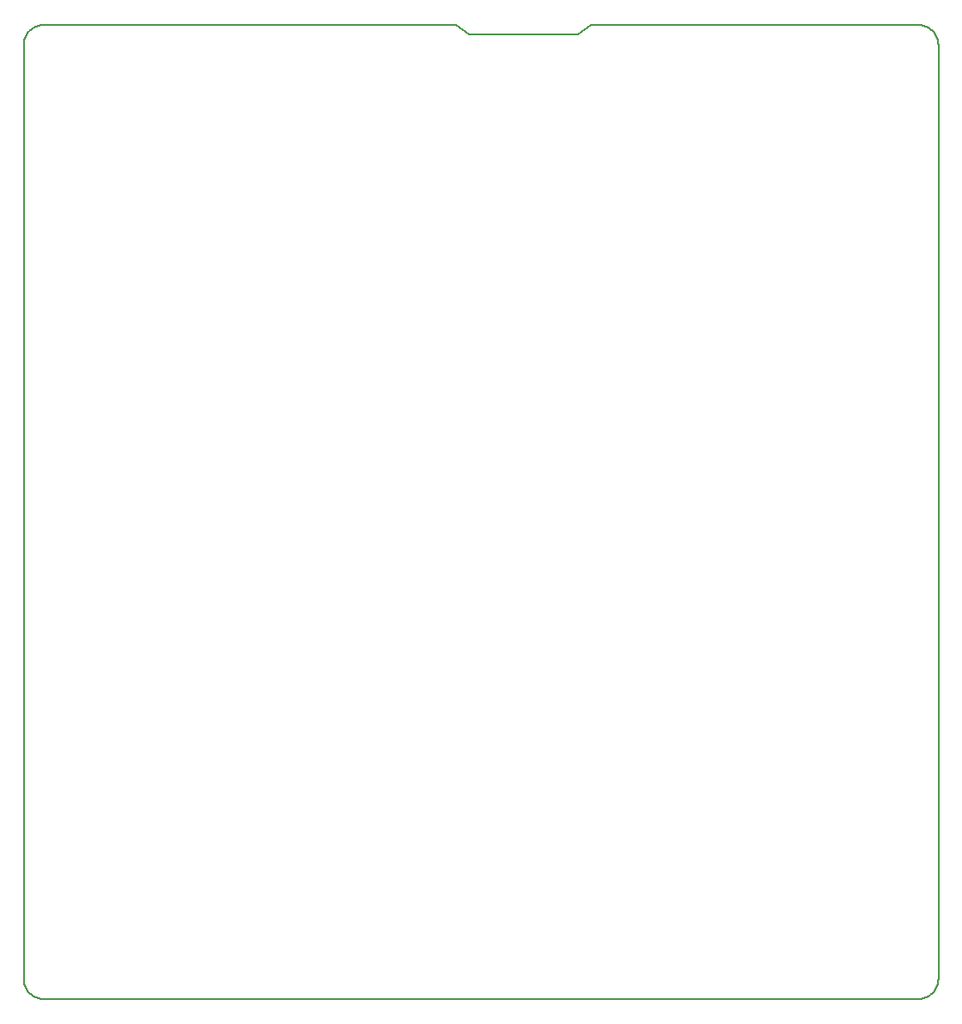
<source format=gko>
G04*
G04 #@! TF.GenerationSoftware,Altium Limited,Altium Designer,22.6.1 (34)*
G04*
G04 Layer_Color=16711935*
%FSLAX25Y25*%
%MOIN*%
G70*
G04*
G04 #@! TF.SameCoordinates,44BA9B1E-1016-45A4-B772-E771DC22F3FE*
G04*
G04*
G04 #@! TF.FilePolarity,Positive*
G04*
G01*
G75*
%ADD20C,0.00591*%
D20*
X665238Y378676D02*
X664210Y378609D01*
X663200Y378408D01*
X662224Y378077D01*
X661301Y377621D01*
X660444Y377049D01*
X659670Y376370D01*
X658991Y375595D01*
X658419Y374739D01*
X657963Y373815D01*
X657632Y372840D01*
X657431Y371830D01*
X657364Y370802D01*
X1012364D02*
X1012296Y371830D01*
X1012096Y372840D01*
X1011764Y373815D01*
X1011309Y374739D01*
X1010737Y375595D01*
X1010058Y376370D01*
X1009283Y377049D01*
X1008427Y377621D01*
X1007503Y378077D01*
X1006528Y378408D01*
X1005517Y378609D01*
X1004490Y378676D01*
Y1176D02*
X1005517Y1243D01*
X1006528Y1444D01*
X1007503Y1775D01*
X1008427Y2231D01*
X1009283Y2803D01*
X1010058Y3482D01*
X1010737Y4257D01*
X1011309Y5113D01*
X1011764Y6037D01*
X1012096Y7012D01*
X1012296Y8022D01*
X1012364Y9050D01*
X657364D02*
X657431Y8022D01*
X657632Y7012D01*
X657963Y6037D01*
X658419Y5113D01*
X658991Y4257D01*
X659670Y3482D01*
X660444Y2803D01*
X661301Y2231D01*
X662224Y1775D01*
X663200Y1444D01*
X664210Y1243D01*
X665238Y1176D01*
Y378676D02*
X664210Y378609D01*
X663200Y378408D01*
X662224Y378077D01*
X661301Y377621D01*
X660444Y377049D01*
X659670Y376370D01*
X658991Y375595D01*
X658419Y374739D01*
X657963Y373815D01*
X657632Y372840D01*
X657431Y371830D01*
X657364Y370802D01*
X1012364D02*
X1012296Y371830D01*
X1012096Y372840D01*
X1011764Y373815D01*
X1011309Y374739D01*
X1010737Y375595D01*
X1010058Y376370D01*
X1009283Y377049D01*
X1008427Y377621D01*
X1007503Y378077D01*
X1006528Y378408D01*
X1005517Y378609D01*
X1004490Y378676D01*
Y1176D02*
X1005517Y1243D01*
X1006528Y1444D01*
X1007503Y1775D01*
X1008427Y2231D01*
X1009283Y2803D01*
X1010058Y3482D01*
X1010737Y4257D01*
X1011309Y5113D01*
X1011764Y6037D01*
X1012096Y7012D01*
X1012296Y8022D01*
X1012364Y9050D01*
X657364D02*
X657431Y8022D01*
X657632Y7012D01*
X657963Y6037D01*
X658419Y5113D01*
X658991Y4257D01*
X659670Y3482D01*
X660444Y2803D01*
X661301Y2231D01*
X662224Y1775D01*
X663200Y1444D01*
X664210Y1243D01*
X665238Y1176D01*
Y378676D02*
X825061D01*
X830100Y375137D01*
X872600D01*
X877600Y378637D01*
X1004490Y378676D01*
X1012364Y9050D02*
Y370802D01*
X665238Y1176D02*
X1004490D01*
X657364Y9050D02*
Y370802D01*
X665238Y378676D02*
X825061D01*
X830100Y375137D01*
X872600D01*
X877600Y378637D01*
X1004490Y378676D01*
X1012364Y9050D02*
Y370802D01*
X665238Y1176D02*
X1004490D01*
X657364Y9050D02*
Y370802D01*
M02*

</source>
